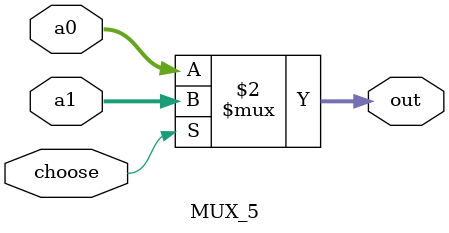
<source format=v>
`timescale 1ns / 1ps


module MUX_5(
    input   [4:0]a0,
    input   [4:0]a1,
    input   choose,
    output  [4:0]out
    );
    assign out = (choose == 1'b0) ? a0 : a1;
endmodule

</source>
